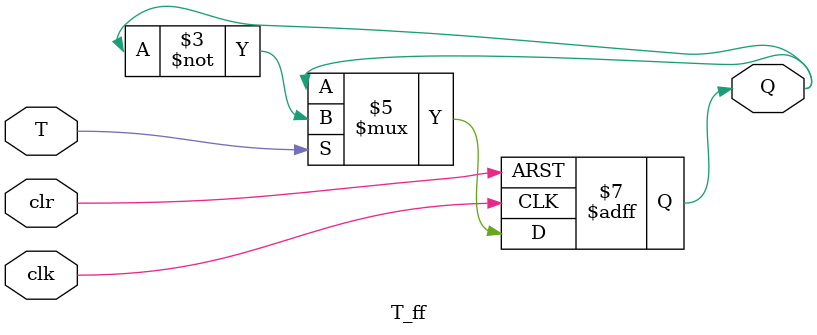
<source format=v>
`timescale 1ns / 1ps


module T_ff(
input T,clk,clr,
output reg Q
    );
     initial
    begin
    Q=0;
    end

always@(negedge clk or negedge clr)
begin 
if (!clr)
Q<=0;
else if (T)
Q<=~Q;
end 
endmodule

</source>
